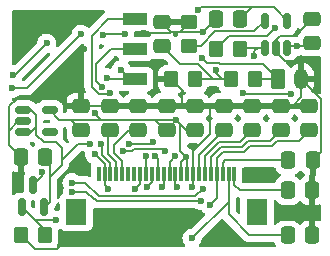
<source format=gtl>
%TF.GenerationSoftware,KiCad,Pcbnew,(6.0.7)*%
%TF.CreationDate,2022-10-10T13:15:42-04:00*%
%TF.ProjectId,dumbwatch,64756d62-7761-4746-9368-2e6b69636164,rev?*%
%TF.SameCoordinates,Original*%
%TF.FileFunction,Copper,L1,Top*%
%TF.FilePolarity,Positive*%
%FSLAX46Y46*%
G04 Gerber Fmt 4.6, Leading zero omitted, Abs format (unit mm)*
G04 Created by KiCad (PCBNEW (6.0.7)) date 2022-10-10 13:15:42*
%MOMM*%
%LPD*%
G01*
G04 APERTURE LIST*
G04 Aperture macros list*
%AMRoundRect*
0 Rectangle with rounded corners*
0 $1 Rounding radius*
0 $2 $3 $4 $5 $6 $7 $8 $9 X,Y pos of 4 corners*
0 Add a 4 corners polygon primitive as box body*
4,1,4,$2,$3,$4,$5,$6,$7,$8,$9,$2,$3,0*
0 Add four circle primitives for the rounded corners*
1,1,$1+$1,$2,$3*
1,1,$1+$1,$4,$5*
1,1,$1+$1,$6,$7*
1,1,$1+$1,$8,$9*
0 Add four rect primitives between the rounded corners*
20,1,$1+$1,$2,$3,$4,$5,0*
20,1,$1+$1,$4,$5,$6,$7,0*
20,1,$1+$1,$6,$7,$8,$9,0*
20,1,$1+$1,$8,$9,$2,$3,0*%
G04 Aperture macros list end*
%TA.AperFunction,SMDPad,CuDef*%
%ADD10RoundRect,0.150000X0.150000X-0.512500X0.150000X0.512500X-0.150000X0.512500X-0.150000X-0.512500X0*%
%TD*%
%TA.AperFunction,SMDPad,CuDef*%
%ADD11RoundRect,0.150000X-0.512500X-0.150000X0.512500X-0.150000X0.512500X0.150000X-0.512500X0.150000X0*%
%TD*%
%TA.AperFunction,SMDPad,CuDef*%
%ADD12RoundRect,0.150000X0.150000X-0.587500X0.150000X0.587500X-0.150000X0.587500X-0.150000X-0.587500X0*%
%TD*%
%TA.AperFunction,SMDPad,CuDef*%
%ADD13R,2.000000X1.000000*%
%TD*%
%TA.AperFunction,SMDPad,CuDef*%
%ADD14RoundRect,0.250000X0.475000X-0.337500X0.475000X0.337500X-0.475000X0.337500X-0.475000X-0.337500X0*%
%TD*%
%TA.AperFunction,SMDPad,CuDef*%
%ADD15RoundRect,0.250000X-0.337500X-0.475000X0.337500X-0.475000X0.337500X0.475000X-0.337500X0.475000X0*%
%TD*%
%TA.AperFunction,SMDPad,CuDef*%
%ADD16RoundRect,0.250000X0.350000X0.450000X-0.350000X0.450000X-0.350000X-0.450000X0.350000X-0.450000X0*%
%TD*%
%TA.AperFunction,SMDPad,CuDef*%
%ADD17RoundRect,0.250000X0.337500X0.475000X-0.337500X0.475000X-0.337500X-0.475000X0.337500X-0.475000X0*%
%TD*%
%TA.AperFunction,SMDPad,CuDef*%
%ADD18R,0.300000X1.300000*%
%TD*%
%TA.AperFunction,SMDPad,CuDef*%
%ADD19R,1.800000X2.200000*%
%TD*%
%TA.AperFunction,SMDPad,CuDef*%
%ADD20RoundRect,0.250000X-0.350000X-0.450000X0.350000X-0.450000X0.350000X0.450000X-0.350000X0.450000X0*%
%TD*%
%TA.AperFunction,SMDPad,CuDef*%
%ADD21RoundRect,0.250000X-0.475000X0.337500X-0.475000X-0.337500X0.475000X-0.337500X0.475000X0.337500X0*%
%TD*%
%TA.AperFunction,SMDPad,CuDef*%
%ADD22RoundRect,0.250000X0.450000X-0.350000X0.450000X0.350000X-0.450000X0.350000X-0.450000X-0.350000X0*%
%TD*%
%TA.AperFunction,ComponentPad*%
%ADD23RoundRect,0.250000X-0.350000X-0.625000X0.350000X-0.625000X0.350000X0.625000X-0.350000X0.625000X0*%
%TD*%
%TA.AperFunction,ComponentPad*%
%ADD24O,1.200000X1.750000*%
%TD*%
%TA.AperFunction,ViaPad*%
%ADD25C,0.600000*%
%TD*%
%TA.AperFunction,Conductor*%
%ADD26C,0.203200*%
%TD*%
G04 APERTURE END LIST*
D10*
X124272000Y-119247500D03*
X125222000Y-119247500D03*
X126172000Y-119247500D03*
X126172000Y-116972500D03*
X124272000Y-116972500D03*
D11*
X106039500Y-124526000D03*
X106039500Y-126426000D03*
X103764500Y-126426000D03*
X103764500Y-125476000D03*
X103764500Y-124526000D03*
D12*
X104648000Y-130888500D03*
X105598000Y-132763500D03*
X103698000Y-132763500D03*
D13*
X113318500Y-116840000D03*
X113318500Y-119380000D03*
X113318500Y-121920000D03*
D14*
X120777000Y-124184500D03*
X120777000Y-126259500D03*
X128016000Y-126259500D03*
X128016000Y-124184500D03*
X125603000Y-124184500D03*
X125603000Y-126259500D03*
D15*
X126216500Y-131318000D03*
X128291500Y-131318000D03*
D14*
X123190000Y-124184500D03*
X123190000Y-126259500D03*
X111125000Y-126259500D03*
X111125000Y-124184500D03*
X113538000Y-126259500D03*
X113538000Y-124184500D03*
D16*
X116348000Y-121920000D03*
X118348000Y-121920000D03*
D14*
X118364000Y-124184500D03*
X118364000Y-126259500D03*
D15*
X128313000Y-128778000D03*
X126238000Y-128778000D03*
D16*
X121428000Y-121920000D03*
X123428000Y-121920000D03*
X103648000Y-135128000D03*
X105648000Y-135128000D03*
D17*
X105685500Y-128524000D03*
X103610500Y-128524000D03*
D18*
X110201000Y-129915000D03*
X110701000Y-129915000D03*
X111201000Y-129915000D03*
X111701000Y-129915000D03*
X112201000Y-129915000D03*
X112701000Y-129915000D03*
X113201000Y-129915000D03*
X113701000Y-129915000D03*
X114201000Y-129915000D03*
X114701000Y-129915000D03*
X115201000Y-129915000D03*
X115701000Y-129915000D03*
X116201000Y-129915000D03*
X116701000Y-129915000D03*
X117201000Y-129915000D03*
X117701000Y-129915000D03*
X118201000Y-129915000D03*
X118701000Y-129915000D03*
X119201000Y-129915000D03*
X119701000Y-129915000D03*
X120201000Y-129915000D03*
X120701000Y-129915000D03*
X121201000Y-129915000D03*
X121701000Y-129915000D03*
D19*
X108301000Y-133165000D03*
X123601000Y-133165000D03*
D14*
X115570000Y-119147500D03*
X115570000Y-117072500D03*
D15*
X128270000Y-135128000D03*
X126195000Y-135128000D03*
D17*
X120120500Y-116840000D03*
X122195500Y-116840000D03*
D14*
X128270000Y-116818500D03*
X128270000Y-118893500D03*
D20*
X122158000Y-119380000D03*
X120158000Y-119380000D03*
D21*
X115951000Y-124184500D03*
X115951000Y-126259500D03*
D14*
X108712000Y-126259500D03*
X108712000Y-124184500D03*
D22*
X117856000Y-117110000D03*
X117856000Y-119110000D03*
D23*
X125365000Y-121920000D03*
D24*
X127365000Y-121920000D03*
D25*
X114046000Y-117981300D03*
X105029000Y-123698000D03*
X126746000Y-133223000D03*
X116205000Y-133985000D03*
X110490000Y-134112000D03*
X125095000Y-117602000D03*
X102870000Y-122682000D03*
X105410000Y-129748500D03*
X110534042Y-118154042D03*
X108712000Y-118110000D03*
X112395000Y-118110000D03*
X118923499Y-120105415D03*
X110871000Y-121793000D03*
X110497285Y-122595200D03*
X111125000Y-123097500D03*
X105791000Y-118872000D03*
X102960521Y-121579812D03*
X123388811Y-119985018D03*
X126492000Y-123190000D03*
X117221000Y-124206000D03*
X112094356Y-121124100D03*
X115824000Y-127969953D03*
X109855000Y-128270000D03*
X112256353Y-128004353D03*
X112770661Y-127392233D03*
X110363000Y-127381000D03*
X114808000Y-127260798D03*
X110998000Y-131191000D03*
X122428000Y-123063000D03*
X113285908Y-131210002D03*
X118872000Y-132207000D03*
X118999000Y-131212502D03*
X107949867Y-130692429D03*
X107983900Y-131491207D03*
X109474000Y-127381000D03*
X106553000Y-133858000D03*
X116734400Y-125370400D03*
X109893337Y-124785600D03*
X119043042Y-117917458D03*
X108966000Y-119380000D03*
X118618000Y-116078000D03*
X120142000Y-121158000D03*
X127000000Y-119126000D03*
X118110000Y-135382000D03*
X119634000Y-132588000D03*
X114173000Y-128462998D03*
X114300000Y-131064502D03*
X118124802Y-131080036D03*
X117602000Y-128524000D03*
X116840701Y-131064695D03*
X116668958Y-128441042D03*
X115570000Y-131064000D03*
X114972503Y-128462998D03*
D26*
X108712000Y-124184500D02*
X111125000Y-124184500D01*
X118203600Y-129912400D02*
X118203600Y-128012480D01*
X118203600Y-128012480D02*
X119634000Y-126582080D01*
X119634000Y-126582080D02*
X119634000Y-124333000D01*
X119634000Y-124333000D02*
X119507000Y-124206000D01*
X127365000Y-123460000D02*
X126619000Y-124206000D01*
X127365000Y-121920000D02*
X127365000Y-123460000D01*
X114046000Y-117981300D02*
X116213252Y-117981300D01*
X116213252Y-117981300D02*
X116301237Y-117893315D01*
X105029000Y-123698000D02*
X105283000Y-123444000D01*
X105410000Y-129748500D02*
X105410000Y-130126500D01*
X105410000Y-130126500D02*
X104648000Y-130888500D01*
X128313000Y-128778000D02*
X129042600Y-128048400D01*
X129042600Y-128048400D02*
X129042600Y-123597600D01*
X129042600Y-123597600D02*
X127365000Y-121920000D01*
X124427200Y-118269800D02*
X125095000Y-117602000D01*
X121268200Y-118269800D02*
X124427200Y-118269800D01*
X120158000Y-119380000D02*
X121268200Y-118269800D01*
X117856000Y-119110000D02*
X118847920Y-119110000D01*
X118847920Y-119110000D02*
X120091320Y-117866600D01*
X120091320Y-117866600D02*
X120686480Y-117866600D01*
X120686480Y-117866600D02*
X120697080Y-117856000D01*
X120697080Y-117856000D02*
X121618920Y-117856000D01*
X121618920Y-117856000D02*
X121629520Y-117866600D01*
X121629520Y-117866600D02*
X123377900Y-117866600D01*
X123377900Y-117866600D02*
X124272000Y-116972500D01*
X102870000Y-122682000D02*
X104140000Y-122682000D01*
X104140000Y-122682000D02*
X108712000Y-118110000D01*
X102960521Y-121579812D02*
X103083188Y-121579812D01*
X103083188Y-121579812D02*
X105791000Y-118872000D01*
X106045000Y-130175000D02*
X106045000Y-128883500D01*
X106045000Y-132316500D02*
X106045000Y-130175000D01*
X106045000Y-130175000D02*
X107061000Y-129159000D01*
X107061000Y-129159000D02*
X107061000Y-128778000D01*
X105598000Y-132763500D02*
X106045000Y-132316500D01*
X104902000Y-124968000D02*
X104902000Y-125984000D01*
X104902000Y-125984000D02*
X104902000Y-126619000D01*
X104460000Y-126426000D02*
X104902000Y-125984000D01*
X103764500Y-126426000D02*
X104460000Y-126426000D01*
X105537000Y-127254000D02*
X104902000Y-126619000D01*
X108458000Y-127381000D02*
X107061000Y-128778000D01*
X107061000Y-127762000D02*
X106553000Y-127254000D01*
X107061000Y-128778000D02*
X107061000Y-127762000D01*
X106553000Y-127254000D02*
X105537000Y-127254000D01*
X104460000Y-124526000D02*
X104902000Y-124968000D01*
X103764500Y-124526000D02*
X104460000Y-124526000D01*
X110578084Y-118110000D02*
X110534042Y-118154042D01*
X112395000Y-118110000D02*
X110578084Y-118110000D01*
X116301237Y-117893315D02*
X115570000Y-117162078D01*
X116301237Y-117893315D02*
X119067185Y-117893315D01*
X119067185Y-117893315D02*
X120120500Y-116840000D01*
X116301237Y-117893315D02*
X117072685Y-117893315D01*
X117072685Y-117893315D02*
X117856000Y-117110000D01*
X119341084Y-120523000D02*
X120357791Y-120523000D01*
X124095000Y-120650000D02*
X120484791Y-120650000D01*
X120484791Y-120650000D02*
X120357791Y-120523000D01*
X119341084Y-120523000D02*
X118923499Y-120105415D01*
X125365000Y-121920000D02*
X124095000Y-120650000D01*
X123388811Y-119985018D02*
X123388811Y-119551189D01*
X123388811Y-119551189D02*
X123692500Y-119247500D01*
X110004200Y-122102115D02*
X110004200Y-120627800D01*
X111252000Y-119380000D02*
X113318500Y-119380000D01*
X110497285Y-122595200D02*
X110004200Y-122102115D01*
X110004200Y-120627800D02*
X111252000Y-119380000D01*
X109601000Y-122549706D02*
X109601000Y-118237000D01*
X111125000Y-123097500D02*
X111025700Y-123196800D01*
X111025700Y-123196800D02*
X110248094Y-123196800D01*
X110248094Y-123196800D02*
X109601000Y-122549706D01*
X109601000Y-118237000D02*
X110998000Y-116840000D01*
X110998000Y-116840000D02*
X113318500Y-116840000D01*
X110871000Y-121793000D02*
X110998000Y-121920000D01*
X110998000Y-121920000D02*
X113318500Y-121920000D01*
X123692500Y-119247500D02*
X122290500Y-119247500D01*
X124272000Y-119247500D02*
X123692500Y-119247500D01*
X126492000Y-123190000D02*
X122555000Y-123190000D01*
X122555000Y-123190000D02*
X122428000Y-123063000D01*
X116348000Y-121920000D02*
X117221000Y-122793000D01*
X117221000Y-122793000D02*
X117221000Y-124206000D01*
X112890256Y-121920000D02*
X112094356Y-121124100D01*
X109855000Y-128270000D02*
X110701000Y-129116000D01*
X110701000Y-129116000D02*
X110701000Y-129915000D01*
X113160346Y-127861898D02*
X113017891Y-128004353D01*
X115715945Y-127861898D02*
X113160346Y-127861898D01*
X115824000Y-127969953D02*
X115715945Y-127861898D01*
X113017891Y-128004353D02*
X112256353Y-128004353D01*
X114972503Y-128462998D02*
X115201000Y-128691495D01*
X115201000Y-128691495D02*
X115201000Y-129915000D01*
X114201000Y-128490998D02*
X114201000Y-129915000D01*
X114173000Y-128462998D02*
X114201000Y-128490998D01*
X116668958Y-128441042D02*
X116201000Y-128909000D01*
X116201000Y-128909000D02*
X116201000Y-129915000D01*
X112770661Y-127392233D02*
X114676565Y-127392233D01*
X114676565Y-127392233D02*
X114808000Y-127260798D01*
X112201000Y-129915000D02*
X112201000Y-128871380D01*
X112201000Y-128871380D02*
X111506000Y-128176380D01*
X111506000Y-128176380D02*
X111506000Y-127508000D01*
X111506000Y-127508000D02*
X112754500Y-126259500D01*
X112754500Y-126259500D02*
X113538000Y-126259500D01*
X111701000Y-129915000D02*
X111701000Y-128941590D01*
X111701000Y-128941590D02*
X110998000Y-128238590D01*
X110998000Y-128238590D02*
X110998000Y-126386500D01*
X110363000Y-127381000D02*
X110490000Y-127508000D01*
X110490000Y-127508000D02*
X110490000Y-128300800D01*
X110490000Y-128300800D02*
X111201000Y-129011800D01*
X111201000Y-129011800D02*
X111201000Y-129915000D01*
X110701000Y-130894000D02*
X110998000Y-131191000D01*
X110701000Y-129915000D02*
X110701000Y-130894000D01*
X118999000Y-131212502D02*
X118363302Y-131848200D01*
X118363302Y-131848200D02*
X110193411Y-131848200D01*
X110193411Y-131848200D02*
X109037640Y-130692429D01*
X109037640Y-130692429D02*
X107949867Y-130692429D01*
X118872000Y-132207000D02*
X118827600Y-132251400D01*
X118827600Y-132251400D02*
X110026400Y-132251400D01*
X110026400Y-132251400D02*
X109855000Y-132080000D01*
X109855000Y-132080000D02*
X109819200Y-132080000D01*
X109819200Y-132080000D02*
X109170158Y-131430958D01*
X109170158Y-131430958D02*
X108044149Y-131430958D01*
X108044149Y-131430958D02*
X107983900Y-131491207D01*
X113701000Y-130794910D02*
X113285908Y-131210002D01*
X113701000Y-129915000D02*
X113701000Y-130794910D01*
X104791000Y-136271000D02*
X106680000Y-136271000D01*
X103648000Y-135128000D02*
X104791000Y-136271000D01*
X106680000Y-136271000D02*
X107315000Y-135636000D01*
X109474000Y-127381000D02*
X108458000Y-127381000D01*
X105648000Y-134713500D02*
X104783750Y-133849250D01*
X104783750Y-133849250D02*
X103698000Y-132763500D01*
X104792500Y-133858000D02*
X104783750Y-133849250D01*
X106553000Y-133858000D02*
X104792500Y-133858000D01*
X102616000Y-124206000D02*
X103251000Y-123571000D01*
X102616000Y-126273341D02*
X102616000Y-124206000D01*
X107844400Y-125370400D02*
X110384400Y-125370400D01*
X110384400Y-125370400D02*
X114956400Y-125370400D01*
X109893337Y-124785600D02*
X109893337Y-124879337D01*
X109893337Y-124879337D02*
X110384400Y-125370400D01*
X106883900Y-125370400D02*
X107844400Y-125370400D01*
X108712000Y-126238000D02*
X107844400Y-125370400D01*
X117094000Y-125730000D02*
X117623500Y-126259500D01*
X117623500Y-126259500D02*
X118364000Y-126259500D01*
X114956400Y-125370400D02*
X116734400Y-125370400D01*
X115845500Y-126259500D02*
X114956400Y-125370400D01*
X106039500Y-124526000D02*
X106883900Y-125370400D01*
X117602000Y-128524000D02*
X117094000Y-128016000D01*
X116734400Y-125370400D02*
X117094000Y-125730000D01*
X117094000Y-125730000D02*
X117094000Y-128016000D01*
X103413341Y-125476000D02*
X102616000Y-126273341D01*
X102616000Y-126273341D02*
X102616000Y-127529500D01*
X102616000Y-127529500D02*
X103610500Y-128524000D01*
X126195000Y-135128000D02*
X122960800Y-135128000D01*
X122960800Y-135128000D02*
X121201000Y-133368200D01*
X121201000Y-133368200D02*
X121201000Y-132291000D01*
X121701000Y-130845000D02*
X122174000Y-131318000D01*
X122174000Y-131318000D02*
X126216500Y-131318000D01*
X121701000Y-129915000D02*
X121701000Y-130845000D01*
X120701000Y-129915000D02*
X120701000Y-129011800D01*
X120934800Y-128778000D02*
X126238000Y-128778000D01*
X120701000Y-129011800D02*
X120934800Y-128778000D01*
X120201000Y-129915000D02*
X120201000Y-128589420D01*
X120201000Y-128589420D02*
X120730020Y-128060400D01*
X127126900Y-127148600D02*
X128016000Y-126259500D01*
X120730020Y-128060400D02*
X122529520Y-128060400D01*
X122529520Y-128060400D02*
X123038120Y-127551800D01*
X124880911Y-127551800D02*
X125284110Y-127148600D01*
X123038120Y-127551800D02*
X124880911Y-127551800D01*
X125284110Y-127148600D02*
X127126900Y-127148600D01*
X119701000Y-129915000D02*
X119701000Y-128519210D01*
X119701000Y-128519210D02*
X120563010Y-127657200D01*
X120563010Y-127657200D02*
X122362510Y-127657200D01*
X122362510Y-127657200D02*
X122871110Y-127148600D01*
X122871110Y-127148600D02*
X124713900Y-127148600D01*
X124713900Y-127148600D02*
X125603000Y-126259500D01*
X119201000Y-129915000D02*
X119201000Y-128449000D01*
X119201000Y-128449000D02*
X120396000Y-127254000D01*
X120396000Y-127254000D02*
X122195500Y-127254000D01*
X122195500Y-127254000D02*
X123190000Y-126259500D01*
X118701000Y-129915000D02*
X118701000Y-128335500D01*
X118701000Y-128335500D02*
X120777000Y-126259500D01*
X125207900Y-116008400D02*
X125023500Y-115824000D01*
X125023500Y-115824000D02*
X123211500Y-115824000D01*
X123211500Y-115824000D02*
X122195500Y-116840000D01*
X118618000Y-116078000D02*
X118882600Y-115813400D01*
X118882600Y-115813400D02*
X125012900Y-115813400D01*
X125012900Y-115813400D02*
X125207900Y-116008400D01*
X121428000Y-121920000D02*
X120650000Y-121920000D01*
X120650000Y-121920000D02*
X119888000Y-121920000D01*
X120142000Y-121158000D02*
X120142000Y-121412000D01*
X120142000Y-121412000D02*
X120650000Y-121920000D01*
X119888000Y-121920000D02*
X118348000Y-121920000D01*
X115570000Y-119147500D02*
X117072500Y-120650000D01*
X117072500Y-120650000D02*
X118618000Y-120650000D01*
X118618000Y-120650000D02*
X119888000Y-121920000D01*
X128270000Y-116818500D02*
X126805100Y-118283400D01*
X126805100Y-118283400D02*
X125556600Y-118283400D01*
X125556600Y-118283400D02*
X125222000Y-118618000D01*
X125222000Y-118618000D02*
X125222000Y-119247500D01*
X125222000Y-119598659D02*
X126019341Y-120396000D01*
X126019341Y-120396000D02*
X127508000Y-120396000D01*
X127000000Y-119126000D02*
X128037500Y-119126000D01*
X127000000Y-119126000D02*
X126293500Y-119126000D01*
X126172000Y-116972500D02*
X125207900Y-116008400D01*
X125365000Y-121920000D02*
X123428000Y-121920000D01*
X121201000Y-132291000D02*
X118110000Y-135382000D01*
X121201000Y-129915000D02*
X121201000Y-132291000D01*
X120201000Y-132021000D02*
X119634000Y-132588000D01*
X120201000Y-129915000D02*
X120201000Y-132021000D01*
X114701000Y-130663502D02*
X114300000Y-131064502D01*
X114701000Y-129915000D02*
X114701000Y-130663502D01*
X118201000Y-131003838D02*
X118124802Y-131080036D01*
X118201000Y-129915000D02*
X118201000Y-131003838D01*
X117701000Y-129915000D02*
X117701000Y-128623000D01*
X117701000Y-128623000D02*
X117602000Y-128524000D01*
X117201000Y-128925000D02*
X117602000Y-128524000D01*
X117201000Y-129915000D02*
X117201000Y-128925000D01*
X116701000Y-130924994D02*
X116840701Y-131064695D01*
X116701000Y-129915000D02*
X116701000Y-130924994D01*
X115701000Y-130933000D02*
X115570000Y-131064000D01*
X115701000Y-129915000D02*
X115701000Y-130933000D01*
%TA.AperFunction,Conductor*%
G36*
X109896682Y-132848559D02*
G01*
X109908297Y-132850965D01*
X109949326Y-132861500D01*
X109968464Y-132861500D01*
X109988174Y-132863051D01*
X110007084Y-132866046D01*
X110049260Y-132862059D01*
X110061119Y-132861500D01*
X118357994Y-132861500D01*
X118426985Y-132882066D01*
X118505159Y-132933222D01*
X118511763Y-132935678D01*
X118511765Y-132935679D01*
X118668558Y-132993990D01*
X118668560Y-132993990D01*
X118675168Y-132996448D01*
X118758995Y-133007633D01*
X118847980Y-133019507D01*
X118847984Y-133019507D01*
X118854961Y-133020438D01*
X118861972Y-133019800D01*
X118861975Y-133019800D01*
X118865224Y-133019504D01*
X118867222Y-133019322D01*
X118936874Y-133033067D01*
X118980241Y-133073739D01*
X118981435Y-133072819D01*
X118985728Y-133078393D01*
X118989380Y-133084424D01*
X119115382Y-133214902D01*
X119121274Y-133218757D01*
X119121278Y-133218761D01*
X119166323Y-133248237D01*
X119212372Y-133302274D01*
X119221895Y-133372629D01*
X119191870Y-133436964D01*
X119186426Y-133442762D01*
X118085888Y-134543300D01*
X118023576Y-134577326D01*
X118009964Y-134579515D01*
X117942288Y-134586628D01*
X117942286Y-134586628D01*
X117935288Y-134587364D01*
X117815153Y-134628261D01*
X117774695Y-134642034D01*
X117763579Y-134645818D01*
X117701109Y-134684250D01*
X117615095Y-134737166D01*
X117615092Y-134737168D01*
X117609088Y-134740862D01*
X117604053Y-134745793D01*
X117604050Y-134745795D01*
X117582657Y-134766745D01*
X117479493Y-134867771D01*
X117381235Y-135020238D01*
X117319197Y-135190685D01*
X117296463Y-135370640D01*
X117314163Y-135551160D01*
X117371418Y-135723273D01*
X117375065Y-135729295D01*
X117375066Y-135729297D01*
X117432556Y-135824224D01*
X117465380Y-135878424D01*
X117470269Y-135883487D01*
X117470270Y-135883488D01*
X117488095Y-135901946D01*
X117512238Y-135926946D01*
X117515160Y-135929972D01*
X117548093Y-135992869D01*
X117541794Y-136063585D01*
X117498262Y-136119670D01*
X117424524Y-136143500D01*
X106766156Y-136143500D01*
X106698035Y-136123498D01*
X106651542Y-136069842D01*
X106641438Y-135999568D01*
X106658896Y-135951384D01*
X106686275Y-135906968D01*
X106686276Y-135906966D01*
X106690115Y-135900738D01*
X106741003Y-135747314D01*
X106743632Y-135739389D01*
X106743632Y-135739387D01*
X106745797Y-135732861D01*
X106746587Y-135725158D01*
X106753215Y-135660461D01*
X106756500Y-135628400D01*
X106756500Y-134733578D01*
X106776502Y-134665457D01*
X106830158Y-134618964D01*
X106843564Y-134613745D01*
X106882409Y-134601124D01*
X106882412Y-134601123D01*
X106889108Y-134598947D01*
X106893252Y-134596476D01*
X106962684Y-134586675D01*
X107027189Y-134616333D01*
X107032552Y-134621339D01*
X107037739Y-134628261D01*
X107154295Y-134715615D01*
X107290684Y-134766745D01*
X107352866Y-134773500D01*
X109249134Y-134773500D01*
X109311316Y-134766745D01*
X109447705Y-134715615D01*
X109564261Y-134628261D01*
X109651615Y-134511705D01*
X109702745Y-134375316D01*
X109709500Y-134313134D01*
X109709500Y-132966440D01*
X109729502Y-132898319D01*
X109783158Y-132851826D01*
X109855209Y-132841991D01*
X109896682Y-132848559D01*
G37*
%TD.AperFunction*%
%TA.AperFunction,Conductor*%
G36*
X128509121Y-128544002D02*
G01*
X128555614Y-128597658D01*
X128567000Y-128650000D01*
X128567000Y-130010999D01*
X128564086Y-130010999D01*
X128564085Y-130053959D01*
X128549316Y-130081008D01*
X128545500Y-130098548D01*
X128545500Y-132532884D01*
X128549975Y-132548123D01*
X128551365Y-132549328D01*
X128559048Y-132550999D01*
X128676095Y-132550999D01*
X128682614Y-132550662D01*
X128778206Y-132540743D01*
X128791600Y-132537851D01*
X128865624Y-132513155D01*
X128936574Y-132510571D01*
X128997658Y-132546755D01*
X129029482Y-132610219D01*
X129031500Y-132632679D01*
X129031500Y-133820457D01*
X129011498Y-133888578D01*
X128957842Y-133935071D01*
X128887568Y-133945175D01*
X128865832Y-133940050D01*
X128768790Y-133907862D01*
X128755414Y-133904995D01*
X128661062Y-133895328D01*
X128654645Y-133895000D01*
X128542115Y-133895000D01*
X128526876Y-133899475D01*
X128525671Y-133900865D01*
X128524000Y-133908548D01*
X128524000Y-135256000D01*
X128503998Y-135324121D01*
X128450342Y-135370614D01*
X128398000Y-135382000D01*
X128142000Y-135382000D01*
X128073879Y-135361998D01*
X128027386Y-135308342D01*
X128016000Y-135256000D01*
X128016000Y-133913116D01*
X128011525Y-133897877D01*
X128010135Y-133896672D01*
X128002452Y-133895001D01*
X127885405Y-133895001D01*
X127878886Y-133895338D01*
X127783294Y-133905257D01*
X127769900Y-133908149D01*
X127615716Y-133959588D01*
X127602538Y-133965761D01*
X127464693Y-134051063D01*
X127453292Y-134060099D01*
X127338762Y-134174828D01*
X127331706Y-134183762D01*
X127273788Y-134224823D01*
X127202865Y-134228053D01*
X127141454Y-134192426D01*
X127134654Y-134184593D01*
X127130978Y-134178652D01*
X127005803Y-134053695D01*
X126934106Y-134009500D01*
X126861468Y-133964725D01*
X126861466Y-133964724D01*
X126855238Y-133960885D01*
X126775495Y-133934436D01*
X126693889Y-133907368D01*
X126693887Y-133907368D01*
X126687361Y-133905203D01*
X126680525Y-133904503D01*
X126680522Y-133904502D01*
X126637469Y-133900091D01*
X126582900Y-133894500D01*
X125807100Y-133894500D01*
X125803854Y-133894837D01*
X125803850Y-133894837D01*
X125708192Y-133904762D01*
X125708188Y-133904763D01*
X125701334Y-133905474D01*
X125694798Y-133907655D01*
X125694796Y-133907655D01*
X125678428Y-133913116D01*
X125533554Y-133961450D01*
X125383152Y-134054522D01*
X125258195Y-134179697D01*
X125254355Y-134185927D01*
X125254354Y-134185928D01*
X125242760Y-134204737D01*
X125189987Y-134252231D01*
X125119916Y-134263654D01*
X125054792Y-134235380D01*
X125015292Y-134176385D01*
X125009500Y-134138621D01*
X125009500Y-132272441D01*
X125029502Y-132204320D01*
X125083158Y-132157827D01*
X125153432Y-132147723D01*
X125218012Y-132177217D01*
X125242644Y-132206138D01*
X125280522Y-132267348D01*
X125405697Y-132392305D01*
X125411927Y-132396145D01*
X125411928Y-132396146D01*
X125549288Y-132480816D01*
X125556262Y-132485115D01*
X125587099Y-132495343D01*
X125717611Y-132538632D01*
X125717613Y-132538632D01*
X125724139Y-132540797D01*
X125730975Y-132541497D01*
X125730978Y-132541498D01*
X125774031Y-132545909D01*
X125828600Y-132551500D01*
X126604400Y-132551500D01*
X126607646Y-132551163D01*
X126607650Y-132551163D01*
X126703308Y-132541238D01*
X126703312Y-132541237D01*
X126710166Y-132540526D01*
X126716702Y-132538345D01*
X126716704Y-132538345D01*
X126867407Y-132488066D01*
X126877946Y-132484550D01*
X127028348Y-132391478D01*
X127153305Y-132266303D01*
X127156102Y-132261765D01*
X127213353Y-132221176D01*
X127284276Y-132217946D01*
X127345687Y-132253572D01*
X127353062Y-132262068D01*
X127361098Y-132272207D01*
X127475829Y-132386739D01*
X127487240Y-132395751D01*
X127625243Y-132480816D01*
X127638424Y-132486963D01*
X127792710Y-132538138D01*
X127806086Y-132541005D01*
X127900438Y-132550672D01*
X127906854Y-132551000D01*
X128019385Y-132551000D01*
X128034624Y-132546525D01*
X128035829Y-132545135D01*
X128037500Y-132537452D01*
X128037500Y-130085001D01*
X128040414Y-130085001D01*
X128040415Y-130042041D01*
X128055184Y-130014992D01*
X128059000Y-129997452D01*
X128059000Y-128650000D01*
X128079002Y-128581879D01*
X128132658Y-128535386D01*
X128185000Y-128524000D01*
X128441000Y-128524000D01*
X128509121Y-128544002D01*
G37*
%TD.AperFunction*%
%TA.AperFunction,Conductor*%
G36*
X103806621Y-128290002D02*
G01*
X103853114Y-128343658D01*
X103864500Y-128396000D01*
X103864500Y-129738884D01*
X103868975Y-129754123D01*
X103876824Y-129760924D01*
X103926380Y-129787984D01*
X103960405Y-129850297D01*
X103955339Y-129921112D01*
X103945742Y-129941209D01*
X103888855Y-130037399D01*
X103886644Y-130045010D01*
X103886643Y-130045012D01*
X103875964Y-130081770D01*
X103842438Y-130197169D01*
X103839500Y-130234498D01*
X103839500Y-131391500D01*
X103819498Y-131459621D01*
X103765842Y-131506114D01*
X103713500Y-131517500D01*
X103481498Y-131517500D01*
X103479050Y-131517693D01*
X103479042Y-131517693D01*
X103450579Y-131519933D01*
X103450574Y-131519934D01*
X103444169Y-131520438D01*
X103344231Y-131549472D01*
X103292012Y-131564643D01*
X103292010Y-131564644D01*
X103284399Y-131566855D01*
X103277572Y-131570892D01*
X103277573Y-131570892D01*
X103148020Y-131647509D01*
X103148017Y-131647511D01*
X103141193Y-131651547D01*
X103085595Y-131707145D01*
X103023283Y-131741171D01*
X102952468Y-131736106D01*
X102895632Y-131693559D01*
X102870821Y-131627039D01*
X102870500Y-131618050D01*
X102870500Y-129838674D01*
X102890502Y-129770553D01*
X102944158Y-129724060D01*
X103014432Y-129713956D01*
X103036168Y-129719081D01*
X103111710Y-129744138D01*
X103125086Y-129747005D01*
X103219438Y-129756672D01*
X103225854Y-129757000D01*
X103338385Y-129757000D01*
X103353624Y-129752525D01*
X103354829Y-129751135D01*
X103356500Y-129743452D01*
X103356500Y-128396000D01*
X103376502Y-128327879D01*
X103430158Y-128281386D01*
X103482500Y-128270000D01*
X103738500Y-128270000D01*
X103806621Y-128290002D01*
G37*
%TD.AperFunction*%
%TA.AperFunction,Conductor*%
G36*
X117838600Y-127355500D02*
G01*
X118513998Y-127355500D01*
X118582119Y-127375502D01*
X118628612Y-127429158D01*
X118638716Y-127499432D01*
X118609222Y-127564012D01*
X118603093Y-127570595D01*
X118323108Y-127850580D01*
X118315295Y-127857690D01*
X118309017Y-127861674D01*
X118303591Y-127867453D01*
X118303590Y-127867453D01*
X118288398Y-127883631D01*
X118227185Y-127919596D01*
X118156245Y-127916759D01*
X118117594Y-127895573D01*
X118116784Y-127894921D01*
X118111815Y-127889918D01*
X118105866Y-127886143D01*
X118105864Y-127886141D01*
X118015275Y-127828652D01*
X117958666Y-127792727D01*
X117859723Y-127757495D01*
X117787833Y-127731896D01*
X117730369Y-127690202D01*
X117704569Y-127624059D01*
X117704100Y-127613197D01*
X117704100Y-127481066D01*
X117724102Y-127412945D01*
X117777758Y-127366452D01*
X117836329Y-127355267D01*
X117838600Y-127355500D01*
G37*
%TD.AperFunction*%
%TA.AperFunction,Conductor*%
G36*
X108923132Y-118922756D02*
G01*
X108974297Y-118971976D01*
X108990900Y-119034492D01*
X108990900Y-122474028D01*
X108990402Y-122484580D01*
X108988781Y-122491834D01*
X108990032Y-122531651D01*
X108990838Y-122557301D01*
X108990900Y-122561258D01*
X108990900Y-122588089D01*
X108991396Y-122592016D01*
X108991453Y-122592922D01*
X108992292Y-122603566D01*
X108993622Y-122645905D01*
X108995834Y-122653518D01*
X108998964Y-122664292D01*
X109002972Y-122683649D01*
X109005371Y-122702638D01*
X109008291Y-122710013D01*
X109020964Y-122742024D01*
X109024808Y-122753251D01*
X109033528Y-122783261D01*
X109036628Y-122793931D01*
X109046374Y-122810411D01*
X109055065Y-122828151D01*
X109062116Y-122845960D01*
X109076116Y-122865229D01*
X109087020Y-122880238D01*
X109093538Y-122890162D01*
X109098684Y-122898864D01*
X109116142Y-122967681D01*
X109093623Y-123035011D01*
X109038277Y-123079479D01*
X108990229Y-123089000D01*
X108984115Y-123089000D01*
X108968876Y-123093475D01*
X108967671Y-123094865D01*
X108966000Y-123102548D01*
X108966000Y-123912385D01*
X108970475Y-123927624D01*
X108971865Y-123928829D01*
X108979548Y-123930500D01*
X109302162Y-123930500D01*
X109370283Y-123950502D01*
X109416776Y-124004158D01*
X109426880Y-124074432D01*
X109397386Y-124139012D01*
X109390320Y-124146523D01*
X109268323Y-124265992D01*
X109262830Y-124271371D01*
X109195224Y-124376276D01*
X109192337Y-124380755D01*
X109138623Y-124427180D01*
X109086426Y-124438500D01*
X107497116Y-124438500D01*
X107481877Y-124442975D01*
X107480672Y-124444365D01*
X107479001Y-124452048D01*
X107479001Y-124569095D01*
X107479338Y-124575614D01*
X107484078Y-124621297D01*
X107471213Y-124691118D01*
X107422642Y-124742900D01*
X107358751Y-124760300D01*
X107336500Y-124760300D01*
X107268379Y-124740298D01*
X107221886Y-124686642D01*
X107210500Y-124634300D01*
X107210500Y-124309498D01*
X107207562Y-124272169D01*
X107161145Y-124112399D01*
X107102748Y-124013655D01*
X107080491Y-123976020D01*
X107080489Y-123976017D01*
X107076453Y-123969193D01*
X107019645Y-123912385D01*
X107479000Y-123912385D01*
X107483475Y-123927624D01*
X107484865Y-123928829D01*
X107492548Y-123930500D01*
X108439885Y-123930500D01*
X108455124Y-123926025D01*
X108456329Y-123924635D01*
X108458000Y-123916952D01*
X108458000Y-123107116D01*
X108453525Y-123091877D01*
X108452135Y-123090672D01*
X108444452Y-123089001D01*
X108189905Y-123089001D01*
X108183386Y-123089338D01*
X108087794Y-123099257D01*
X108074400Y-123102149D01*
X107920216Y-123153588D01*
X107907038Y-123159761D01*
X107769193Y-123245063D01*
X107757792Y-123254099D01*
X107643261Y-123368829D01*
X107634249Y-123380240D01*
X107549184Y-123518243D01*
X107543037Y-123531424D01*
X107491862Y-123685710D01*
X107488995Y-123699086D01*
X107479328Y-123793438D01*
X107479000Y-123799855D01*
X107479000Y-123912385D01*
X107019645Y-123912385D01*
X106958807Y-123851547D01*
X106951983Y-123847511D01*
X106951980Y-123847509D01*
X106822427Y-123770892D01*
X106822428Y-123770892D01*
X106815601Y-123766855D01*
X106807990Y-123764644D01*
X106807988Y-123764643D01*
X106741387Y-123745294D01*
X106655831Y-123720438D01*
X106649426Y-123719934D01*
X106649421Y-123719933D01*
X106620958Y-123717693D01*
X106620950Y-123717693D01*
X106618502Y-123717500D01*
X105460498Y-123717500D01*
X105458050Y-123717693D01*
X105458042Y-123717693D01*
X105429579Y-123719933D01*
X105429574Y-123719934D01*
X105423169Y-123720438D01*
X105337613Y-123745294D01*
X105271012Y-123764643D01*
X105271010Y-123764644D01*
X105263399Y-123766855D01*
X105256572Y-123770892D01*
X105256573Y-123770892D01*
X105127020Y-123847509D01*
X105127017Y-123847511D01*
X105120193Y-123851547D01*
X105002547Y-123969193D01*
X105000295Y-123973002D01*
X104944000Y-124013655D01*
X104873108Y-124017504D01*
X104811389Y-123982414D01*
X104804721Y-123974719D01*
X104801453Y-123969193D01*
X104683807Y-123851547D01*
X104676983Y-123847511D01*
X104676980Y-123847509D01*
X104547427Y-123770892D01*
X104547428Y-123770892D01*
X104540601Y-123766855D01*
X104532990Y-123764644D01*
X104532988Y-123764643D01*
X104466387Y-123745294D01*
X104380831Y-123720438D01*
X104374426Y-123719934D01*
X104374421Y-123719933D01*
X104345958Y-123717693D01*
X104345950Y-123717693D01*
X104343502Y-123717500D01*
X103185498Y-123717500D01*
X103183050Y-123717693D01*
X103183042Y-123717693D01*
X103154579Y-123719933D01*
X103154574Y-123719934D01*
X103148169Y-123720438D01*
X103141997Y-123722231D01*
X103141992Y-123722232D01*
X103071491Y-123742715D01*
X103031652Y-123754289D01*
X102960657Y-123754086D01*
X102901040Y-123715532D01*
X102871732Y-123650867D01*
X102870500Y-123633292D01*
X102870500Y-123608895D01*
X102890502Y-123540774D01*
X102944158Y-123494281D01*
X102985079Y-123483414D01*
X103026579Y-123479637D01*
X103033600Y-123478998D01*
X103040302Y-123476820D01*
X103040304Y-123476820D01*
X103199409Y-123425124D01*
X103199412Y-123425123D01*
X103206108Y-123422947D01*
X103361912Y-123330069D01*
X103367019Y-123325206D01*
X103372623Y-123320952D01*
X103373784Y-123322481D01*
X103428411Y-123294362D01*
X103452179Y-123292100D01*
X104064322Y-123292100D01*
X104074874Y-123292598D01*
X104082128Y-123294219D01*
X104147595Y-123292162D01*
X104151552Y-123292100D01*
X104178383Y-123292100D01*
X104182310Y-123291604D01*
X104183216Y-123291547D01*
X104193860Y-123290708D01*
X104236199Y-123289378D01*
X104254586Y-123284036D01*
X104273943Y-123280028D01*
X104285065Y-123278623D01*
X104285066Y-123278623D01*
X104292932Y-123277629D01*
X104303504Y-123273444D01*
X104332318Y-123262036D01*
X104343545Y-123258192D01*
X104376609Y-123248585D01*
X104376611Y-123248584D01*
X104384225Y-123246372D01*
X104400705Y-123236626D01*
X104418445Y-123227935D01*
X104436254Y-123220884D01*
X104470532Y-123195980D01*
X104480452Y-123189464D01*
X104510079Y-123171943D01*
X104510082Y-123171941D01*
X104516906Y-123167905D01*
X104530433Y-123154378D01*
X104545467Y-123141537D01*
X104554547Y-123134940D01*
X104554548Y-123134939D01*
X104560962Y-123130279D01*
X104587974Y-123097627D01*
X104595963Y-123088848D01*
X108735770Y-118949041D01*
X108798082Y-118915015D01*
X108813444Y-118912655D01*
X108853480Y-118909011D01*
X108923132Y-118922756D01*
G37*
%TD.AperFunction*%
%TA.AperFunction,Conductor*%
G36*
X126184799Y-123938403D02*
G01*
X126288558Y-123976991D01*
X126288568Y-123976994D01*
X126295168Y-123979448D01*
X126302149Y-123980379D01*
X126302151Y-123980380D01*
X126467980Y-124002507D01*
X126467984Y-124002507D01*
X126474961Y-124003438D01*
X126481972Y-124002800D01*
X126481976Y-124002800D01*
X126624459Y-123989832D01*
X126655600Y-123986998D01*
X126662302Y-123984820D01*
X126662304Y-123984820D01*
X126810504Y-123936667D01*
X126849440Y-123930500D01*
X128144000Y-123930500D01*
X128212121Y-123950502D01*
X128258614Y-124004158D01*
X128270000Y-124056500D01*
X128270000Y-124312500D01*
X128249998Y-124380621D01*
X128196342Y-124427114D01*
X128144000Y-124438500D01*
X110699707Y-124438500D01*
X110631586Y-124418498D01*
X110592853Y-124379270D01*
X110530963Y-124280224D01*
X110403152Y-124151518D01*
X110403441Y-124151231D01*
X110365297Y-124096427D01*
X110362682Y-124025479D01*
X110398840Y-123964379D01*
X110462291Y-123932528D01*
X110484804Y-123930500D01*
X126140879Y-123930500D01*
X126184799Y-123938403D01*
G37*
%TD.AperFunction*%
%TA.AperFunction,Conductor*%
G36*
X117391533Y-122852462D02*
G01*
X117436620Y-122881383D01*
X117519513Y-122964131D01*
X117519518Y-122964135D01*
X117524697Y-122969305D01*
X117530926Y-122973145D01*
X117534677Y-122976107D01*
X117575739Y-123034024D01*
X117578971Y-123104947D01*
X117543345Y-123166358D01*
X117522888Y-123182132D01*
X117421190Y-123245066D01*
X117409792Y-123254099D01*
X117295261Y-123368829D01*
X117286249Y-123380240D01*
X117264719Y-123415168D01*
X117211946Y-123462662D01*
X117141875Y-123474085D01*
X117076751Y-123445811D01*
X117050315Y-123415355D01*
X117027937Y-123379193D01*
X117018901Y-123367792D01*
X116933720Y-123282759D01*
X116899641Y-123220476D01*
X116904644Y-123149656D01*
X116947141Y-123092783D01*
X116982862Y-123074062D01*
X117014784Y-123063412D01*
X117027962Y-123057239D01*
X117165807Y-122971937D01*
X117177208Y-122962901D01*
X117258430Y-122881538D01*
X117320713Y-122847459D01*
X117391533Y-122852462D01*
G37*
%TD.AperFunction*%
%TA.AperFunction,Conductor*%
G36*
X114825578Y-120194799D02*
G01*
X114837236Y-120198666D01*
X114933611Y-120230632D01*
X114933613Y-120230632D01*
X114940139Y-120232797D01*
X114946975Y-120233497D01*
X114946978Y-120233498D01*
X114990031Y-120237909D01*
X115044600Y-120243500D01*
X115750998Y-120243500D01*
X115819119Y-120263502D01*
X115840094Y-120280405D01*
X116056594Y-120496906D01*
X116090619Y-120559218D01*
X116085554Y-120630034D01*
X116043007Y-120686869D01*
X115976486Y-120711680D01*
X115967498Y-120712001D01*
X115950905Y-120712001D01*
X115944386Y-120712338D01*
X115848794Y-120722257D01*
X115835400Y-120725149D01*
X115681216Y-120776588D01*
X115668038Y-120782761D01*
X115530193Y-120868063D01*
X115518792Y-120877099D01*
X115404261Y-120991829D01*
X115395249Y-121003240D01*
X115310184Y-121141243D01*
X115304037Y-121154424D01*
X115252862Y-121308710D01*
X115249995Y-121322086D01*
X115240328Y-121416438D01*
X115240000Y-121422855D01*
X115240000Y-121647885D01*
X115244475Y-121663124D01*
X115245865Y-121664329D01*
X115253548Y-121666000D01*
X116476000Y-121666000D01*
X116544121Y-121686002D01*
X116590614Y-121739658D01*
X116602000Y-121792000D01*
X116602000Y-122048000D01*
X116581998Y-122116121D01*
X116528342Y-122162614D01*
X116476000Y-122174000D01*
X115258116Y-122174000D01*
X115242877Y-122178475D01*
X115241672Y-122179865D01*
X115240001Y-122187548D01*
X115240001Y-122417095D01*
X115240338Y-122423614D01*
X115250257Y-122519206D01*
X115253149Y-122532600D01*
X115304588Y-122686784D01*
X115310761Y-122699962D01*
X115396063Y-122837807D01*
X115405099Y-122849208D01*
X115437141Y-122881194D01*
X115471220Y-122943476D01*
X115466217Y-123014296D01*
X115423720Y-123071169D01*
X115361128Y-123095694D01*
X115326793Y-123099257D01*
X115313400Y-123102149D01*
X115159216Y-123153588D01*
X115146038Y-123159761D01*
X115008193Y-123245063D01*
X114996792Y-123254099D01*
X114882261Y-123368829D01*
X114873249Y-123380240D01*
X114851719Y-123415168D01*
X114798946Y-123462662D01*
X114728875Y-123474085D01*
X114663751Y-123445811D01*
X114637315Y-123415355D01*
X114614937Y-123379193D01*
X114605901Y-123367792D01*
X114491171Y-123253261D01*
X114479760Y-123244249D01*
X114340154Y-123158195D01*
X114292661Y-123105423D01*
X114281237Y-123035351D01*
X114309511Y-122970227D01*
X114368505Y-122930728D01*
X114392661Y-122925673D01*
X114403428Y-122924503D01*
X114420959Y-122922599D01*
X114420963Y-122922598D01*
X114428816Y-122921745D01*
X114565205Y-122870615D01*
X114681761Y-122783261D01*
X114769115Y-122666705D01*
X114820245Y-122530316D01*
X114827000Y-122468134D01*
X114827000Y-121371866D01*
X114820245Y-121309684D01*
X114769115Y-121173295D01*
X114681761Y-121056739D01*
X114565205Y-120969385D01*
X114428816Y-120918255D01*
X114366634Y-120911500D01*
X112966032Y-120911500D01*
X112897911Y-120891498D01*
X112851418Y-120837842D01*
X112847049Y-120826959D01*
X112828101Y-120772548D01*
X112731982Y-120618724D01*
X112716650Y-120603284D01*
X112682842Y-120540855D01*
X112688153Y-120470057D01*
X112730897Y-120413370D01*
X112797503Y-120388791D01*
X112806055Y-120388500D01*
X114366634Y-120388500D01*
X114428816Y-120381745D01*
X114565205Y-120330615D01*
X114654754Y-120263502D01*
X114674578Y-120248645D01*
X114674581Y-120248642D01*
X114681761Y-120243261D01*
X114687143Y-120236080D01*
X114693493Y-120229730D01*
X114695100Y-120231337D01*
X114741947Y-120196311D01*
X114812765Y-120191287D01*
X114825578Y-120194799D01*
G37*
%TD.AperFunction*%
%TA.AperFunction,Conductor*%
G36*
X127415213Y-119887950D02*
G01*
X127472262Y-119923115D01*
X127505737Y-119934218D01*
X127633611Y-119976632D01*
X127633613Y-119976632D01*
X127640139Y-119978797D01*
X127646975Y-119979497D01*
X127646978Y-119979498D01*
X127690031Y-119983909D01*
X127744600Y-119989500D01*
X128795400Y-119989500D01*
X128798644Y-119989163D01*
X128798652Y-119989163D01*
X128892497Y-119979426D01*
X128962318Y-119992291D01*
X129014100Y-120040862D01*
X129031500Y-120104753D01*
X129031500Y-123064022D01*
X129011498Y-123132143D01*
X128957842Y-123178636D01*
X128887568Y-123188740D01*
X128839383Y-123171281D01*
X128819759Y-123159185D01*
X128806576Y-123153037D01*
X128652290Y-123101862D01*
X128638914Y-123098995D01*
X128544562Y-123089328D01*
X128538145Y-123089000D01*
X128336589Y-123089000D01*
X128268468Y-123068998D01*
X128221975Y-123015342D01*
X128211871Y-122945068D01*
X128237708Y-122884907D01*
X128241738Y-122879805D01*
X128349921Y-122712259D01*
X128355417Y-122701655D01*
X128429961Y-122516688D01*
X128433355Y-122505230D01*
X128471857Y-122308072D01*
X128472934Y-122299209D01*
X128473000Y-122296500D01*
X128473000Y-122192115D01*
X128468525Y-122176876D01*
X128467135Y-122175671D01*
X128459452Y-122174000D01*
X127237000Y-122174000D01*
X127168879Y-122153998D01*
X127122386Y-122100342D01*
X127111000Y-122048000D01*
X127111000Y-121647885D01*
X127619000Y-121647885D01*
X127623475Y-121663124D01*
X127624865Y-121664329D01*
X127632548Y-121666000D01*
X128454885Y-121666000D01*
X128470124Y-121661525D01*
X128471329Y-121660135D01*
X128473000Y-121652452D01*
X128473000Y-121595168D01*
X128472715Y-121589192D01*
X128458529Y-121440506D01*
X128456270Y-121428772D01*
X128400128Y-121237401D01*
X128395698Y-121226325D01*
X128304381Y-121049022D01*
X128297931Y-121038976D01*
X128174738Y-120882143D01*
X128166501Y-120873494D01*
X128015877Y-120742788D01*
X128006153Y-120735853D01*
X127833533Y-120635990D01*
X127822669Y-120631016D01*
X127634273Y-120565593D01*
X127633284Y-120565352D01*
X127622992Y-120566820D01*
X127619000Y-120580385D01*
X127619000Y-121647885D01*
X127111000Y-121647885D01*
X127111000Y-120584598D01*
X127107027Y-120571067D01*
X127097601Y-120569712D01*
X127008463Y-120591194D01*
X126997168Y-120595083D01*
X126815618Y-120677629D01*
X126805276Y-120683576D01*
X126642603Y-120798968D01*
X126633575Y-120806761D01*
X126546465Y-120897757D01*
X126484910Y-120933133D01*
X126414000Y-120929614D01*
X126356250Y-120888317D01*
X126348315Y-120876947D01*
X126313478Y-120820652D01*
X126188303Y-120695695D01*
X126173985Y-120686869D01*
X126117028Y-120651760D01*
X126069534Y-120598987D01*
X126058111Y-120528916D01*
X126086386Y-120463792D01*
X126145380Y-120424292D01*
X126183144Y-120418500D01*
X126388502Y-120418500D01*
X126390950Y-120418307D01*
X126390958Y-120418307D01*
X126419421Y-120416067D01*
X126419426Y-120416066D01*
X126425831Y-120415562D01*
X126542231Y-120381745D01*
X126577988Y-120371357D01*
X126577990Y-120371356D01*
X126585601Y-120369145D01*
X126676173Y-120315581D01*
X126721980Y-120288491D01*
X126721983Y-120288489D01*
X126728807Y-120284453D01*
X126846453Y-120166807D01*
X126850489Y-120159983D01*
X126850491Y-120159980D01*
X126927108Y-120030427D01*
X126931145Y-120023601D01*
X126933357Y-120015987D01*
X126936097Y-120009656D01*
X126981509Y-119955083D01*
X127040312Y-119934219D01*
X127163600Y-119922998D01*
X127170302Y-119920820D01*
X127170304Y-119920820D01*
X127301228Y-119878280D01*
X127310163Y-119875377D01*
X127381129Y-119873349D01*
X127415213Y-119887950D01*
G37*
%TD.AperFunction*%
%TA.AperFunction,Conductor*%
G36*
X114462387Y-117858219D02*
G01*
X114495702Y-117885253D01*
X114496917Y-117884035D01*
X114616828Y-118003738D01*
X114625762Y-118010794D01*
X114666823Y-118068712D01*
X114670053Y-118139635D01*
X114634426Y-118201046D01*
X114626593Y-118207846D01*
X114620652Y-118211522D01*
X114495695Y-118336697D01*
X114493666Y-118334672D01*
X114446429Y-118368145D01*
X114391887Y-118374243D01*
X114370033Y-118371869D01*
X114370029Y-118371869D01*
X114366634Y-118371500D01*
X113319687Y-118371500D01*
X113251566Y-118351498D01*
X113205073Y-118297842D01*
X113194913Y-118227964D01*
X113207748Y-118136640D01*
X113207748Y-118136635D01*
X113208299Y-118132717D01*
X113208616Y-118110000D01*
X113198569Y-118020430D01*
X113194993Y-117988545D01*
X113207277Y-117918619D01*
X113255416Y-117866435D01*
X113320208Y-117848500D01*
X114366634Y-117848500D01*
X114370029Y-117848131D01*
X114370033Y-117848131D01*
X114392504Y-117845690D01*
X114462387Y-117858219D01*
G37*
%TD.AperFunction*%
%TA.AperFunction,Conductor*%
G36*
X127133461Y-117568121D02*
G01*
X127188590Y-117616579D01*
X127193063Y-117623807D01*
X127202099Y-117635208D01*
X127316828Y-117749738D01*
X127325762Y-117756794D01*
X127366823Y-117814712D01*
X127370053Y-117885635D01*
X127334426Y-117947046D01*
X127326593Y-117953846D01*
X127320652Y-117957522D01*
X127195695Y-118082697D01*
X127191855Y-118088927D01*
X127191854Y-118088928D01*
X127113092Y-118216704D01*
X127102885Y-118233262D01*
X127100578Y-118240218D01*
X127100202Y-118241024D01*
X127053286Y-118294311D01*
X126999175Y-118313088D01*
X126978574Y-118315253D01*
X126907076Y-118322767D01*
X126837238Y-118309994D01*
X126804812Y-118286552D01*
X126728807Y-118210547D01*
X126724998Y-118208294D01*
X126684345Y-118152004D01*
X126680494Y-118081112D01*
X126715582Y-118019391D01*
X126723276Y-118012724D01*
X126728807Y-118009453D01*
X126846453Y-117891807D01*
X126850489Y-117884983D01*
X126850491Y-117884980D01*
X126927108Y-117755427D01*
X126931145Y-117748601D01*
X126933356Y-117740991D01*
X126933358Y-117740986D01*
X126960450Y-117647732D01*
X126998663Y-117587896D01*
X127063159Y-117558218D01*
X127133461Y-117568121D01*
G37*
%TD.AperFunction*%
%TA.AperFunction,Conductor*%
G36*
X116828642Y-116838502D02*
G01*
X116843034Y-116849276D01*
X116848865Y-116854329D01*
X116856548Y-116856000D01*
X117984000Y-116856000D01*
X118052121Y-116876002D01*
X118098614Y-116929658D01*
X118110000Y-116982000D01*
X118110000Y-117238000D01*
X118089998Y-117306121D01*
X118036342Y-117352614D01*
X117984000Y-117364000D01*
X116690479Y-117364000D01*
X116622358Y-117343998D01*
X116607966Y-117333224D01*
X116602135Y-117328171D01*
X116594452Y-117326500D01*
X115442000Y-117326500D01*
X115373879Y-117306498D01*
X115327386Y-117252842D01*
X115316000Y-117200500D01*
X115316000Y-116944500D01*
X115336002Y-116876379D01*
X115389658Y-116829886D01*
X115442000Y-116818500D01*
X116760521Y-116818500D01*
X116828642Y-116838502D01*
G37*
%TD.AperFunction*%
%TA.AperFunction,NonConductor*%
G36*
X116746487Y-117884494D02*
G01*
X116801305Y-117924327D01*
X116813097Y-117939206D01*
X116894462Y-118020430D01*
X116928541Y-118082713D01*
X116923538Y-118153533D01*
X116894617Y-118198620D01*
X116811867Y-118281515D01*
X116811863Y-118281520D01*
X116806695Y-118286697D01*
X116802856Y-118292925D01*
X116801455Y-118294699D01*
X116743539Y-118335763D01*
X116672616Y-118338995D01*
X116613555Y-118305781D01*
X116523486Y-118215869D01*
X116518303Y-118210695D01*
X116513765Y-118207898D01*
X116473176Y-118150647D01*
X116469946Y-118079724D01*
X116505572Y-118018313D01*
X116514068Y-118010938D01*
X116524207Y-118002902D01*
X116613384Y-117913570D01*
X116675667Y-117879491D01*
X116746487Y-117884494D01*
G37*
%TD.AperFunction*%
%TA.AperFunction,NonConductor*%
G36*
X110393793Y-118951040D02*
G01*
X110515492Y-118967278D01*
X110580368Y-118996114D01*
X110619356Y-119055447D01*
X110620077Y-119126440D01*
X110587922Y-119181266D01*
X110426195Y-119342993D01*
X110363883Y-119377019D01*
X110293068Y-119371954D01*
X110236232Y-119329407D01*
X110211421Y-119262887D01*
X110211100Y-119253898D01*
X110211100Y-119070592D01*
X110231102Y-119002471D01*
X110284758Y-118955978D01*
X110353764Y-118945699D01*
X110393793Y-118951040D01*
G37*
%TD.AperFunction*%
%TA.AperFunction,NonConductor*%
G36*
X110688483Y-116098502D02*
G01*
X110734976Y-116152158D01*
X110745080Y-116222432D01*
X110715586Y-116287012D01*
X110694422Y-116306437D01*
X110667472Y-116326017D01*
X110657552Y-116332533D01*
X110627920Y-116350057D01*
X110627917Y-116350059D01*
X110621093Y-116354095D01*
X110607562Y-116367626D01*
X110592530Y-116380465D01*
X110577038Y-116391721D01*
X110571985Y-116397829D01*
X110550031Y-116424367D01*
X110542041Y-116433147D01*
X109449465Y-117525723D01*
X109387153Y-117559749D01*
X109316338Y-117554684D01*
X109270965Y-117525412D01*
X109221815Y-117475918D01*
X109210697Y-117468862D01*
X109131056Y-117418321D01*
X109068666Y-117378727D01*
X108995332Y-117352614D01*
X108904425Y-117320243D01*
X108904420Y-117320242D01*
X108897790Y-117317881D01*
X108890802Y-117317048D01*
X108890799Y-117317047D01*
X108766521Y-117302228D01*
X108717680Y-117296404D01*
X108710677Y-117297140D01*
X108710676Y-117297140D01*
X108544288Y-117314628D01*
X108544286Y-117314629D01*
X108537288Y-117315364D01*
X108365579Y-117373818D01*
X108359575Y-117377512D01*
X108217095Y-117465166D01*
X108217092Y-117465168D01*
X108211088Y-117468862D01*
X108206053Y-117473793D01*
X108206050Y-117473795D01*
X108088580Y-117588831D01*
X108081493Y-117595771D01*
X107983235Y-117748238D01*
X107980826Y-117754858D01*
X107980824Y-117754861D01*
X107967811Y-117790615D01*
X107921197Y-117918685D01*
X107910452Y-118003738D01*
X107909352Y-118012444D01*
X107880970Y-118077521D01*
X107873441Y-118085747D01*
X106795329Y-119163859D01*
X106733017Y-119197885D01*
X106662202Y-119192820D01*
X106605366Y-119150273D01*
X106580555Y-119083753D01*
X106581460Y-119057229D01*
X106603748Y-118898642D01*
X106603749Y-118898632D01*
X106604299Y-118894717D01*
X106604616Y-118872000D01*
X106584397Y-118691745D01*
X106582080Y-118685091D01*
X106527064Y-118527106D01*
X106527062Y-118527103D01*
X106524745Y-118520448D01*
X106428626Y-118366624D01*
X106397980Y-118335763D01*
X106305778Y-118242915D01*
X106305774Y-118242912D01*
X106300815Y-118237918D01*
X106293479Y-118233262D01*
X106225174Y-118189915D01*
X106147666Y-118140727D01*
X106114050Y-118128757D01*
X105983425Y-118082243D01*
X105983420Y-118082242D01*
X105976790Y-118079881D01*
X105969802Y-118079048D01*
X105969799Y-118079047D01*
X105846698Y-118064368D01*
X105796680Y-118058404D01*
X105789677Y-118059140D01*
X105789676Y-118059140D01*
X105623288Y-118076628D01*
X105623286Y-118076629D01*
X105616288Y-118077364D01*
X105444579Y-118135818D01*
X105438575Y-118139512D01*
X105296095Y-118227166D01*
X105296092Y-118227168D01*
X105290088Y-118230862D01*
X105285053Y-118235793D01*
X105285050Y-118235795D01*
X105165525Y-118352843D01*
X105160493Y-118357771D01*
X105062235Y-118510238D01*
X105059826Y-118516858D01*
X105059824Y-118516861D01*
X105034093Y-118587557D01*
X105000197Y-118680685D01*
X104999314Y-118687676D01*
X104988352Y-118774444D01*
X104959970Y-118839521D01*
X104952441Y-118847747D01*
X103085595Y-120714593D01*
X103023283Y-120748619D01*
X102952468Y-120743554D01*
X102895632Y-120701007D01*
X102870821Y-120634487D01*
X102870500Y-120625498D01*
X102870500Y-116204500D01*
X102890502Y-116136379D01*
X102944158Y-116089886D01*
X102996500Y-116078500D01*
X110620362Y-116078500D01*
X110688483Y-116098502D01*
G37*
%TD.AperFunction*%
%TA.AperFunction,NonConductor*%
G36*
X111797467Y-120010102D02*
G01*
X111843960Y-120063758D01*
X111847328Y-120071870D01*
X111863400Y-120114743D01*
X111867885Y-120126705D01*
X111873268Y-120133888D01*
X111873270Y-120133891D01*
X111895375Y-120163385D01*
X111920222Y-120229891D01*
X111905169Y-120299274D01*
X111854994Y-120349503D01*
X111835155Y-120358226D01*
X111747935Y-120387918D01*
X111741931Y-120391612D01*
X111599451Y-120479266D01*
X111599448Y-120479268D01*
X111593444Y-120482962D01*
X111588409Y-120487893D01*
X111588406Y-120487895D01*
X111515574Y-120559218D01*
X111463849Y-120609871D01*
X111365591Y-120762338D01*
X111363182Y-120768958D01*
X111363180Y-120768961D01*
X111307832Y-120921029D01*
X111303553Y-120932785D01*
X111302670Y-120939774D01*
X111302463Y-120940630D01*
X111267004Y-121002138D01*
X111203921Y-121034711D01*
X111137729Y-121029702D01*
X111063425Y-121003243D01*
X111063420Y-121003242D01*
X111056790Y-121000881D01*
X111049802Y-121000048D01*
X111049799Y-121000047D01*
X110920607Y-120984642D01*
X110876680Y-120979404D01*
X110869677Y-120980140D01*
X110869675Y-120980140D01*
X110826840Y-120984642D01*
X110757002Y-120971870D01*
X110705155Y-120923367D01*
X110687761Y-120854534D01*
X110710343Y-120787225D01*
X110724575Y-120770236D01*
X111070520Y-120424292D01*
X111467808Y-120027004D01*
X111530120Y-119992979D01*
X111556903Y-119990100D01*
X111729346Y-119990100D01*
X111797467Y-120010102D01*
G37*
%TD.AperFunction*%
%TA.AperFunction,NonConductor*%
G36*
X106037231Y-119671655D02*
G01*
X106093562Y-119714868D01*
X106117589Y-119781675D01*
X106101683Y-119850867D01*
X106080908Y-119878280D01*
X103924193Y-122034995D01*
X103861881Y-122069021D01*
X103835098Y-122071900D01*
X103821157Y-122071900D01*
X103753036Y-122051898D01*
X103706543Y-121998242D01*
X103696439Y-121927968D01*
X103703369Y-121901156D01*
X103741995Y-121799474D01*
X103770688Y-121755123D01*
X105814770Y-119711041D01*
X105877082Y-119677015D01*
X105892444Y-119674655D01*
X105947583Y-119669637D01*
X105947586Y-119669636D01*
X105954600Y-119668998D01*
X105961298Y-119666822D01*
X105966480Y-119665758D01*
X106037231Y-119671655D01*
G37*
%TD.AperFunction*%
%TA.AperFunction,NonConductor*%
G36*
X119849774Y-122531651D02*
G01*
X119868684Y-122534646D01*
X119900367Y-122531651D01*
X119910861Y-122530659D01*
X119922719Y-122530100D01*
X120240996Y-122530100D01*
X120309117Y-122550102D01*
X120355610Y-122603758D01*
X120360519Y-122616223D01*
X120384061Y-122686784D01*
X120386450Y-122693946D01*
X120390301Y-122700170D01*
X120390302Y-122700171D01*
X120397782Y-122712259D01*
X120479522Y-122844348D01*
X120484704Y-122849521D01*
X120484708Y-122849526D01*
X120509053Y-122873829D01*
X120543132Y-122936111D01*
X120538129Y-123006931D01*
X120495631Y-123063804D01*
X120429132Y-123088672D01*
X120420035Y-123089001D01*
X120254905Y-123089001D01*
X120248386Y-123089338D01*
X120152794Y-123099257D01*
X120139400Y-123102149D01*
X119985216Y-123153588D01*
X119972038Y-123159761D01*
X119834193Y-123245063D01*
X119822792Y-123254099D01*
X119708261Y-123368829D01*
X119699249Y-123380240D01*
X119677719Y-123415168D01*
X119624946Y-123462662D01*
X119554875Y-123474085D01*
X119489751Y-123445811D01*
X119463315Y-123415355D01*
X119440937Y-123379193D01*
X119431901Y-123367792D01*
X119317171Y-123253261D01*
X119305757Y-123244247D01*
X119187265Y-123171208D01*
X119139771Y-123118436D01*
X119128347Y-123048365D01*
X119156621Y-122983241D01*
X119170734Y-122969477D01*
X119172348Y-122968478D01*
X119297305Y-122843303D01*
X119301146Y-122837072D01*
X119386275Y-122698968D01*
X119386276Y-122698966D01*
X119390115Y-122692738D01*
X119415424Y-122616433D01*
X119455854Y-122558073D01*
X119521418Y-122530836D01*
X119535017Y-122530100D01*
X119830064Y-122530100D01*
X119849774Y-122531651D01*
G37*
%TD.AperFunction*%
%TA.AperFunction,NonConductor*%
G36*
X112098543Y-122880642D02*
G01*
X112208184Y-122921745D01*
X112270366Y-122928500D01*
X112663693Y-122928500D01*
X112731814Y-122948502D01*
X112778307Y-123002158D01*
X112788411Y-123072432D01*
X112758917Y-123137012D01*
X112729996Y-123161644D01*
X112595193Y-123245063D01*
X112583792Y-123254099D01*
X112469261Y-123368829D01*
X112460249Y-123380240D01*
X112438719Y-123415168D01*
X112385946Y-123462662D01*
X112315875Y-123474085D01*
X112250751Y-123445811D01*
X112224315Y-123415355D01*
X112201937Y-123379193D01*
X112192901Y-123367792D01*
X112078171Y-123253261D01*
X112066760Y-123244249D01*
X111998269Y-123202031D01*
X111950776Y-123149259D01*
X111938566Y-123101052D01*
X111938616Y-123097500D01*
X111937850Y-123090672D01*
X111929101Y-123012670D01*
X111941385Y-122942744D01*
X111989524Y-122890560D01*
X112058234Y-122872686D01*
X112098543Y-122880642D01*
G37*
%TD.AperFunction*%
%TA.AperFunction,NonConductor*%
G36*
X126890249Y-124923189D02*
G01*
X126916685Y-124953645D01*
X126939063Y-124989807D01*
X126948099Y-125001208D01*
X127062828Y-125115738D01*
X127071762Y-125122794D01*
X127112823Y-125180712D01*
X127116053Y-125251635D01*
X127080426Y-125313046D01*
X127072593Y-125319846D01*
X127066652Y-125323522D01*
X126941695Y-125448697D01*
X126937853Y-125454929D01*
X126937852Y-125454931D01*
X126916719Y-125489215D01*
X126863947Y-125536709D01*
X126793876Y-125548133D01*
X126728752Y-125519859D01*
X126702315Y-125489404D01*
X126687038Y-125464717D01*
X126676478Y-125447652D01*
X126551303Y-125322695D01*
X126546765Y-125319898D01*
X126506176Y-125262647D01*
X126502946Y-125191724D01*
X126538572Y-125130313D01*
X126547068Y-125122938D01*
X126557207Y-125114902D01*
X126671739Y-125000171D01*
X126680751Y-124988760D01*
X126702281Y-124953832D01*
X126755054Y-124906338D01*
X126825125Y-124894915D01*
X126890249Y-124923189D01*
G37*
%TD.AperFunction*%
%TA.AperFunction,NonConductor*%
G36*
X124477249Y-124923189D02*
G01*
X124503685Y-124953645D01*
X124526063Y-124989807D01*
X124535099Y-125001208D01*
X124649828Y-125115738D01*
X124658762Y-125122794D01*
X124699823Y-125180712D01*
X124703053Y-125251635D01*
X124667426Y-125313046D01*
X124659593Y-125319846D01*
X124653652Y-125323522D01*
X124528695Y-125448697D01*
X124524853Y-125454929D01*
X124524852Y-125454931D01*
X124503719Y-125489215D01*
X124450947Y-125536709D01*
X124380876Y-125548133D01*
X124315752Y-125519859D01*
X124289315Y-125489404D01*
X124274038Y-125464717D01*
X124263478Y-125447652D01*
X124138303Y-125322695D01*
X124133765Y-125319898D01*
X124093176Y-125262647D01*
X124089946Y-125191724D01*
X124125572Y-125130313D01*
X124134068Y-125122938D01*
X124144207Y-125114902D01*
X124258739Y-125000171D01*
X124267751Y-124988760D01*
X124289281Y-124953832D01*
X124342054Y-124906338D01*
X124412125Y-124894915D01*
X124477249Y-124923189D01*
G37*
%TD.AperFunction*%
%TA.AperFunction,NonConductor*%
G36*
X122064249Y-124923189D02*
G01*
X122090685Y-124953645D01*
X122113063Y-124989807D01*
X122122099Y-125001208D01*
X122236828Y-125115738D01*
X122245762Y-125122794D01*
X122286823Y-125180712D01*
X122290053Y-125251635D01*
X122254426Y-125313046D01*
X122246593Y-125319846D01*
X122240652Y-125323522D01*
X122115695Y-125448697D01*
X122111853Y-125454929D01*
X122111852Y-125454931D01*
X122090719Y-125489215D01*
X122037947Y-125536709D01*
X121967876Y-125548133D01*
X121902752Y-125519859D01*
X121876315Y-125489404D01*
X121861038Y-125464717D01*
X121850478Y-125447652D01*
X121725303Y-125322695D01*
X121720765Y-125319898D01*
X121680176Y-125262647D01*
X121676946Y-125191724D01*
X121712572Y-125130313D01*
X121721068Y-125122938D01*
X121731207Y-125114902D01*
X121845739Y-125000171D01*
X121854751Y-124988760D01*
X121876281Y-124953832D01*
X121929054Y-124906338D01*
X121999125Y-124894915D01*
X122064249Y-124923189D01*
G37*
%TD.AperFunction*%
%TA.AperFunction,NonConductor*%
G36*
X119651249Y-124923189D02*
G01*
X119677685Y-124953645D01*
X119700063Y-124989807D01*
X119709099Y-125001208D01*
X119823828Y-125115738D01*
X119832762Y-125122794D01*
X119873823Y-125180712D01*
X119877053Y-125251635D01*
X119841426Y-125313046D01*
X119833593Y-125319846D01*
X119827652Y-125323522D01*
X119702695Y-125448697D01*
X119698853Y-125454929D01*
X119698852Y-125454931D01*
X119677719Y-125489215D01*
X119624947Y-125536709D01*
X119554876Y-125548133D01*
X119489752Y-125519859D01*
X119463315Y-125489404D01*
X119448038Y-125464717D01*
X119437478Y-125447652D01*
X119312303Y-125322695D01*
X119307765Y-125319898D01*
X119267176Y-125262647D01*
X119263946Y-125191724D01*
X119299572Y-125130313D01*
X119308068Y-125122938D01*
X119318207Y-125114902D01*
X119432739Y-125000171D01*
X119441751Y-124988760D01*
X119463281Y-124953832D01*
X119516054Y-124906338D01*
X119586125Y-124894915D01*
X119651249Y-124923189D01*
G37*
%TD.AperFunction*%
%TA.AperFunction,NonConductor*%
G36*
X106001119Y-125354502D02*
G01*
X106022093Y-125371405D01*
X106053093Y-125402405D01*
X106087119Y-125464717D01*
X106082054Y-125535532D01*
X106039507Y-125592368D01*
X105972987Y-125617179D01*
X105963998Y-125617500D01*
X105638100Y-125617500D01*
X105569979Y-125597498D01*
X105523486Y-125543842D01*
X105512100Y-125491500D01*
X105512100Y-125460500D01*
X105532102Y-125392379D01*
X105585758Y-125345886D01*
X105638100Y-125334500D01*
X105932998Y-125334500D01*
X106001119Y-125354502D01*
G37*
%TD.AperFunction*%
%TA.AperFunction,NonConductor*%
G36*
X107420621Y-126000502D02*
G01*
X107467114Y-126054158D01*
X107478500Y-126106500D01*
X107478500Y-126647400D01*
X107489474Y-126753166D01*
X107491655Y-126759702D01*
X107491655Y-126759704D01*
X107530440Y-126875955D01*
X107545450Y-126920946D01*
X107638522Y-127071348D01*
X107643704Y-127076521D01*
X107643708Y-127076526D01*
X107682546Y-127115296D01*
X107716626Y-127177578D01*
X107711623Y-127248398D01*
X107682624Y-127293564D01*
X107659234Y-127316954D01*
X107596922Y-127350980D01*
X107526107Y-127345915D01*
X107489822Y-127324942D01*
X107476631Y-127314029D01*
X107467853Y-127306041D01*
X107170894Y-127009082D01*
X107136868Y-126946770D01*
X107141933Y-126875955D01*
X107151532Y-126855856D01*
X107161145Y-126839601D01*
X107207562Y-126679831D01*
X107210500Y-126642502D01*
X107210500Y-126209498D01*
X107207562Y-126172169D01*
X107198696Y-126141652D01*
X107198898Y-126070658D01*
X107237452Y-126011041D01*
X107302117Y-125981732D01*
X107319693Y-125980500D01*
X107352500Y-125980500D01*
X107420621Y-126000502D01*
G37*
%TD.AperFunction*%
%TA.AperFunction,NonConductor*%
G36*
X104590200Y-127191565D02*
G01*
X104643451Y-127223264D01*
X104783164Y-127362977D01*
X104817190Y-127425289D01*
X104812125Y-127496104D01*
X104783243Y-127541089D01*
X104748695Y-127575697D01*
X104745898Y-127580235D01*
X104688647Y-127620824D01*
X104617724Y-127624054D01*
X104556313Y-127588428D01*
X104548938Y-127579932D01*
X104540902Y-127569793D01*
X104426171Y-127455261D01*
X104414762Y-127446251D01*
X104408938Y-127442661D01*
X104361443Y-127389890D01*
X104350018Y-127319818D01*
X104378290Y-127254694D01*
X104439898Y-127214402D01*
X104519203Y-127191362D01*
X104590200Y-127191565D01*
G37*
%TD.AperFunction*%
%TA.AperFunction,NonConductor*%
G36*
X127367187Y-129713572D02*
G01*
X127374562Y-129722068D01*
X127382598Y-129732207D01*
X127497329Y-129846739D01*
X127508743Y-129855753D01*
X127636492Y-129934498D01*
X127683986Y-129987270D01*
X127695410Y-130057341D01*
X127667136Y-130122465D01*
X127629844Y-130151221D01*
X127630268Y-130151906D01*
X127486193Y-130241063D01*
X127474792Y-130250099D01*
X127360262Y-130364828D01*
X127353206Y-130373762D01*
X127295288Y-130414823D01*
X127224365Y-130418053D01*
X127162954Y-130382426D01*
X127156154Y-130374593D01*
X127152478Y-130368652D01*
X127027303Y-130243695D01*
X127011384Y-130233882D01*
X126913056Y-130173272D01*
X126894061Y-130161563D01*
X126846569Y-130108792D01*
X126835145Y-130038720D01*
X126863419Y-129973596D01*
X126899976Y-129945407D01*
X126899446Y-129944550D01*
X127043620Y-129855332D01*
X127049848Y-129851478D01*
X127174805Y-129726303D01*
X127177602Y-129721765D01*
X127234853Y-129681176D01*
X127305776Y-129677946D01*
X127367187Y-129713572D01*
G37*
%TD.AperFunction*%
%TA.AperFunction,NonConductor*%
G36*
X125123276Y-129408102D02*
G01*
X125169769Y-129461758D01*
X125174679Y-129474224D01*
X125181609Y-129494996D01*
X125208950Y-129576946D01*
X125302022Y-129727348D01*
X125427197Y-129852305D01*
X125433427Y-129856145D01*
X125433428Y-129856146D01*
X125560438Y-129934436D01*
X125607931Y-129987208D01*
X125619355Y-130057280D01*
X125591081Y-130122404D01*
X125554524Y-130150593D01*
X125555054Y-130151450D01*
X125404652Y-130244522D01*
X125279695Y-130369697D01*
X125275855Y-130375927D01*
X125275854Y-130375928D01*
X125243935Y-130427711D01*
X125186885Y-130520262D01*
X125184581Y-130527209D01*
X125153284Y-130621567D01*
X125112854Y-130679927D01*
X125047290Y-130707164D01*
X125033691Y-130707900D01*
X122485500Y-130707900D01*
X122417379Y-130687898D01*
X122370886Y-130634242D01*
X122359500Y-130581900D01*
X122359500Y-129514100D01*
X122379502Y-129445979D01*
X122433158Y-129399486D01*
X122485500Y-129388100D01*
X125055155Y-129388100D01*
X125123276Y-129408102D01*
G37*
%TD.AperFunction*%
%TA.AperFunction,NonConductor*%
G36*
X108961138Y-128011669D02*
G01*
X108998268Y-128035967D01*
X109044315Y-128090005D01*
X109054279Y-128157190D01*
X109046453Y-128219143D01*
X109041463Y-128258640D01*
X109059163Y-128439160D01*
X109116418Y-128611273D01*
X109120065Y-128617295D01*
X109120066Y-128617297D01*
X109205694Y-128758686D01*
X109210380Y-128766424D01*
X109336382Y-128896902D01*
X109488159Y-128996222D01*
X109490303Y-128997019D01*
X109540715Y-129044299D01*
X109558021Y-129113153D01*
X109552743Y-129139338D01*
X109553855Y-129139602D01*
X109552027Y-129147290D01*
X109549255Y-129154684D01*
X109542500Y-129216866D01*
X109542500Y-130056814D01*
X109522498Y-130124935D01*
X109468842Y-130171428D01*
X109398568Y-130181532D01*
X109354353Y-130165970D01*
X109350674Y-130163116D01*
X109311790Y-130146290D01*
X109301145Y-130141075D01*
X109264018Y-130120664D01*
X109245478Y-130115904D01*
X109226781Y-130109503D01*
X109209205Y-130101897D01*
X109167362Y-130095270D01*
X109155743Y-130092864D01*
X109114714Y-130082329D01*
X109095576Y-130082329D01*
X109075865Y-130080778D01*
X109056956Y-130077783D01*
X109043839Y-130079023D01*
X109014779Y-130081770D01*
X109002921Y-130082329D01*
X108532628Y-130082329D01*
X108464507Y-130062327D01*
X108461441Y-130060119D01*
X108459682Y-130058347D01*
X108453798Y-130054613D01*
X108453794Y-130054610D01*
X108368570Y-130000526D01*
X108306533Y-129961156D01*
X108262305Y-129945407D01*
X108142292Y-129902672D01*
X108142287Y-129902671D01*
X108135657Y-129900310D01*
X108128669Y-129899477D01*
X108128666Y-129899476D01*
X108005565Y-129884797D01*
X107955547Y-129878833D01*
X107948544Y-129879569D01*
X107948543Y-129879569D01*
X107782155Y-129897057D01*
X107782153Y-129897058D01*
X107775155Y-129897793D01*
X107603446Y-129956247D01*
X107597442Y-129959941D01*
X107454962Y-130047595D01*
X107454959Y-130047597D01*
X107448955Y-130051291D01*
X107443920Y-130056222D01*
X107443917Y-130056224D01*
X107326275Y-130171428D01*
X107319360Y-130178200D01*
X107221102Y-130330667D01*
X107218693Y-130337287D01*
X107218691Y-130337290D01*
X107161473Y-130494495D01*
X107159064Y-130501114D01*
X107136330Y-130681069D01*
X107154030Y-130861589D01*
X107211285Y-131033702D01*
X107225498Y-131057170D01*
X107229169Y-131063232D01*
X107247347Y-131131861D01*
X107239793Y-131171596D01*
X107193097Y-131299892D01*
X107170363Y-131479847D01*
X107174631Y-131523373D01*
X107161372Y-131593118D01*
X107124798Y-131636492D01*
X107037739Y-131701739D01*
X106950385Y-131818295D01*
X106899255Y-131954684D01*
X106896145Y-131953518D01*
X106868477Y-132001964D01*
X106805526Y-132034792D01*
X106734820Y-132028375D01*
X106678807Y-131984750D01*
X106655100Y-131911182D01*
X106655100Y-130479902D01*
X106675102Y-130411781D01*
X106692005Y-130390806D01*
X107052235Y-130030577D01*
X107438896Y-129643916D01*
X107446706Y-129636810D01*
X107452983Y-129632826D01*
X107497830Y-129585069D01*
X107500585Y-129582227D01*
X107519547Y-129563265D01*
X107521973Y-129560138D01*
X107522538Y-129559497D01*
X107529507Y-129551337D01*
X107553075Y-129526239D01*
X107558504Y-129520458D01*
X107567728Y-129503681D01*
X107578575Y-129487168D01*
X107585452Y-129478302D01*
X107585455Y-129478297D01*
X107590313Y-129472034D01*
X107607139Y-129433150D01*
X107612354Y-129422505D01*
X107632765Y-129385378D01*
X107637525Y-129366838D01*
X107643928Y-129348136D01*
X107648384Y-129337839D01*
X107651532Y-129330565D01*
X107658159Y-129288722D01*
X107660566Y-129277098D01*
X107669129Y-129243750D01*
X107671100Y-129236074D01*
X107671100Y-129216936D01*
X107672651Y-129197225D01*
X107674406Y-129186144D01*
X107675646Y-129178316D01*
X107671659Y-129136139D01*
X107671100Y-129124281D01*
X107671100Y-129082901D01*
X107691102Y-129014780D01*
X107708005Y-128993806D01*
X108673806Y-128028005D01*
X108736118Y-127993979D01*
X108762901Y-127991100D01*
X108892143Y-127991100D01*
X108961138Y-128011669D01*
G37*
%TD.AperFunction*%
%TA.AperFunction,NonConductor*%
G36*
X104731621Y-132154502D02*
G01*
X104778114Y-132208158D01*
X104789500Y-132260500D01*
X104789500Y-132687998D01*
X104769498Y-132756119D01*
X104715842Y-132802612D01*
X104645568Y-132812716D01*
X104580988Y-132783222D01*
X104574405Y-132777093D01*
X104543405Y-132746093D01*
X104509379Y-132683781D01*
X104506500Y-132656998D01*
X104506500Y-132260500D01*
X104526502Y-132192379D01*
X104580158Y-132145886D01*
X104632500Y-132134500D01*
X104663500Y-132134500D01*
X104731621Y-132154502D01*
G37*
%TD.AperFunction*%
%TA.AperFunction,NonConductor*%
G36*
X106803722Y-132346236D02*
G01*
X106862893Y-132385469D01*
X106891461Y-132450465D01*
X106892500Y-132466613D01*
X106892500Y-132943767D01*
X106872498Y-133011888D01*
X106818842Y-133058381D01*
X106748568Y-133068485D01*
X106743319Y-133067494D01*
X106738790Y-133065881D01*
X106558680Y-133044404D01*
X106551677Y-133045140D01*
X106551672Y-133045140D01*
X106545668Y-133045771D01*
X106475830Y-133032998D01*
X106423984Y-132984494D01*
X106406500Y-132920461D01*
X106406500Y-132872674D01*
X106426502Y-132804553D01*
X106440650Y-132786421D01*
X106481845Y-132742553D01*
X106484600Y-132739711D01*
X106503546Y-132720765D01*
X106505981Y-132717626D01*
X106506554Y-132716976D01*
X106513501Y-132708845D01*
X106537074Y-132683741D01*
X106537076Y-132683738D01*
X106542504Y-132677958D01*
X106546324Y-132671010D01*
X106551728Y-132661180D01*
X106562584Y-132644653D01*
X106569455Y-132635795D01*
X106574312Y-132629534D01*
X106591132Y-132590665D01*
X106596354Y-132580005D01*
X106596985Y-132578858D01*
X106616765Y-132542878D01*
X106621525Y-132524338D01*
X106627929Y-132505633D01*
X106632382Y-132495343D01*
X106635531Y-132488066D01*
X106642051Y-132446901D01*
X106672464Y-132382749D01*
X106732732Y-132345222D01*
X106803722Y-132346236D01*
G37*
%TD.AperFunction*%
%TA.AperFunction,NonConductor*%
G36*
X121987141Y-131901914D02*
G01*
X122002435Y-131908532D01*
X122044278Y-131915159D01*
X122055897Y-131917565D01*
X122096926Y-131928100D01*
X122096110Y-131931278D01*
X122147360Y-131953624D01*
X122186767Y-132012680D01*
X122192500Y-132050256D01*
X122192500Y-133192698D01*
X122172498Y-133260819D01*
X122118842Y-133307312D01*
X122048568Y-133317416D01*
X121983988Y-133287922D01*
X121977405Y-133281793D01*
X121848005Y-133152393D01*
X121813979Y-133090081D01*
X121811100Y-133063298D01*
X121811100Y-132348936D01*
X121812651Y-132329225D01*
X121814406Y-132318144D01*
X121815646Y-132310316D01*
X121811659Y-132268139D01*
X121811100Y-132256281D01*
X121811100Y-132017550D01*
X121831102Y-131949429D01*
X121884758Y-131902936D01*
X121955032Y-131892832D01*
X121987141Y-131901914D01*
G37*
%TD.AperFunction*%
%TA.AperFunction,NonConductor*%
G36*
X120704015Y-133754962D02*
G01*
X120750181Y-133785667D01*
X120752721Y-133789162D01*
X120758829Y-133794215D01*
X120785372Y-133816173D01*
X120794152Y-133824163D01*
X122475878Y-135505890D01*
X122482990Y-135513705D01*
X122486974Y-135519983D01*
X122492752Y-135525409D01*
X122534731Y-135564830D01*
X122537573Y-135567585D01*
X122556535Y-135586547D01*
X122559662Y-135588973D01*
X122560303Y-135589538D01*
X122568461Y-135596506D01*
X122599342Y-135625504D01*
X122616119Y-135634728D01*
X122632632Y-135645575D01*
X122641498Y-135652452D01*
X122641503Y-135652455D01*
X122647766Y-135657313D01*
X122686647Y-135674138D01*
X122697295Y-135679354D01*
X122734422Y-135699765D01*
X122752961Y-135704525D01*
X122771659Y-135710926D01*
X122789235Y-135718532D01*
X122831078Y-135725159D01*
X122842697Y-135727565D01*
X122883726Y-135738100D01*
X122902864Y-135738100D01*
X122922574Y-135739651D01*
X122941484Y-135742646D01*
X122983660Y-135738659D01*
X122995519Y-135738100D01*
X125012155Y-135738100D01*
X125080276Y-135758102D01*
X125126769Y-135811758D01*
X125131679Y-135824224D01*
X125165950Y-135926946D01*
X125169806Y-135933177D01*
X125180957Y-135951197D01*
X125199795Y-136019649D01*
X125178634Y-136087419D01*
X125124193Y-136132990D01*
X125073813Y-136143500D01*
X118797820Y-136143500D01*
X118729699Y-136123498D01*
X118683206Y-136069842D01*
X118673102Y-135999568D01*
X118702596Y-135934988D01*
X118710928Y-135926254D01*
X118711470Y-135925738D01*
X118733266Y-135904982D01*
X118833643Y-135753902D01*
X118898055Y-135584338D01*
X118900410Y-135567585D01*
X118913050Y-135477641D01*
X118942338Y-135412967D01*
X118948729Y-135406082D01*
X120570888Y-133783923D01*
X120633200Y-133749897D01*
X120704015Y-133754962D01*
G37*
%TD.AperFunction*%
M02*

</source>
